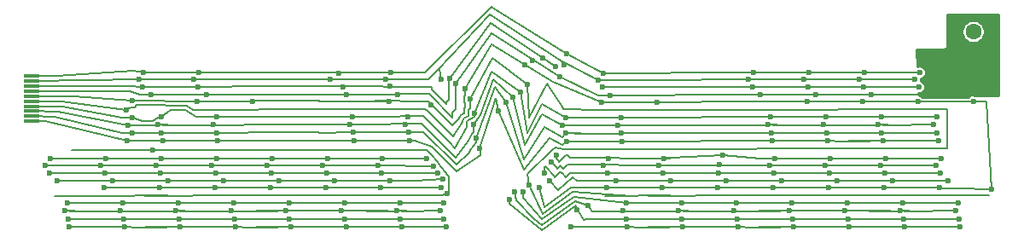
<source format=gbl>
G04 #@! TF.GenerationSoftware,KiCad,Pcbnew,5.1.4-e60b266~84~ubuntu16.04.1*
G04 #@! TF.CreationDate,2019-10-21T03:29:06-05:00*
G04 #@! TF.ProjectId,Quantum MCP4262-502 25x expansion flex for GWAAM-Sea Aid,5175616e-7475-46d2-904d-435034323632,rev?*
G04 #@! TF.SameCoordinates,Original*
G04 #@! TF.FileFunction,Copper,L2,Bot*
G04 #@! TF.FilePolarity,Positive*
%FSLAX46Y46*%
G04 Gerber Fmt 4.6, Leading zero omitted, Abs format (unit mm)*
G04 Created by KiCad (PCBNEW 5.1.4-e60b266~84~ubuntu16.04.1) date 2019-10-21 03:29:06*
%MOMM*%
%LPD*%
G04 APERTURE LIST*
%ADD10R,1.500000X0.300000*%
%ADD11C,1.600000*%
%ADD12C,0.600000*%
%ADD13C,0.200000*%
%ADD14C,0.254000*%
G04 APERTURE END LIST*
D10*
X71894860Y-105106720D03*
X71894860Y-105606720D03*
X71894860Y-106106720D03*
X71894860Y-106606720D03*
X71894860Y-107106720D03*
X71894860Y-107606720D03*
X71894860Y-108106720D03*
X71894860Y-108606720D03*
X71894860Y-109106720D03*
X71894860Y-109606720D03*
D11*
X165287960Y-100690680D03*
D12*
X83675220Y-106994960D03*
X89171780Y-106992420D03*
X107383580Y-115524280D03*
X103098600Y-106928920D03*
X108183680Y-106939080D03*
X144165320Y-106992420D03*
X155150820Y-106979720D03*
X160647380Y-106977180D03*
X149661880Y-106989880D03*
X129293620Y-107027980D03*
X74416920Y-115542060D03*
X85402420Y-115531900D03*
X79913480Y-115539520D03*
X96387920Y-115519200D03*
X101884480Y-115516660D03*
X90898980Y-115529360D03*
X151782780Y-115516660D03*
X135300720Y-115531900D03*
X162778440Y-115521740D03*
X140797280Y-115529360D03*
X157281880Y-115524280D03*
X146286220Y-115519200D03*
X129811780Y-115539520D03*
X113974880Y-105895140D03*
X123240800Y-115473480D03*
X112697260Y-115376960D03*
X124294900Y-105189020D03*
X124294900Y-105189020D03*
X121594880Y-103576120D03*
X160251140Y-103197660D03*
X166773860Y-106484420D03*
X166834820Y-101940360D03*
X166834820Y-99885500D03*
X163494720Y-100045520D03*
X163888420Y-103207820D03*
X88315800Y-107647740D03*
X93812360Y-107645200D03*
X107327700Y-107594400D03*
X111498380Y-107988100D03*
X154302460Y-107642660D03*
X148805900Y-107645200D03*
X165287960Y-107629960D03*
X159791400Y-107632500D03*
X133934200Y-107680760D03*
X128437640Y-107683300D03*
X79057500Y-116194840D03*
X84554060Y-116192300D03*
X95539560Y-116182140D03*
X90043000Y-116184680D03*
X106525060Y-116169440D03*
X101028500Y-116171980D03*
X139941300Y-116184680D03*
X145437860Y-116182140D03*
X167081200Y-116390420D03*
X161922460Y-116177060D03*
X156423360Y-116169440D03*
X128955800Y-116194840D03*
X134452360Y-116192300D03*
X150926800Y-116171980D03*
X114876580Y-106387900D03*
X112488980Y-116197380D03*
X81866740Y-107579160D03*
X122199400Y-116222780D03*
X120766840Y-103997760D03*
X82903060Y-106205020D03*
X88399620Y-106202480D03*
X106611420Y-114734340D03*
X102801420Y-106159300D03*
X107411520Y-106149140D03*
X148889720Y-106199940D03*
X159875220Y-106187240D03*
X143393160Y-106202480D03*
X154378660Y-106189780D03*
X128521460Y-106238040D03*
X73644760Y-114752120D03*
X79141320Y-114749580D03*
X90126820Y-114739420D03*
X101112320Y-114726720D03*
X84630260Y-114741960D03*
X95615760Y-114729260D03*
X151010620Y-114726720D03*
X129039620Y-114749580D03*
X162006280Y-114731800D03*
X156509720Y-114734340D03*
X134528560Y-114741960D03*
X140025120Y-114739420D03*
X145514060Y-114729260D03*
X122707400Y-114747040D03*
X113372900Y-105318560D03*
X112191800Y-114729260D03*
X123855480Y-104152700D03*
X123855480Y-104152700D03*
X122613420Y-103337360D03*
X82486500Y-105476040D03*
X87983060Y-105473500D03*
X106194860Y-114005360D03*
X101498400Y-105422700D03*
X106994960Y-105420160D03*
X142976600Y-105473500D03*
X153962100Y-105460800D03*
X148473160Y-105470960D03*
X159458660Y-105458260D03*
X128104900Y-105509060D03*
X84213700Y-114012980D03*
X78724760Y-114020600D03*
X73228200Y-114023140D03*
X95199200Y-114000280D03*
X89710260Y-114010440D03*
X100695760Y-113997740D03*
X150594060Y-113997740D03*
X140060680Y-113896140D03*
X156093160Y-114005360D03*
X161589720Y-114002820D03*
X134112000Y-114012980D03*
X128623060Y-114020600D03*
X145097500Y-114000280D03*
X123416060Y-113639600D03*
X112476280Y-105468420D03*
X111704120Y-114043460D03*
X124708920Y-103969820D03*
X82985462Y-104771338D03*
X88482022Y-104768798D03*
X106693822Y-113300658D03*
X102362000Y-104800400D03*
X107493922Y-104715458D03*
X148972122Y-104766258D03*
X154461062Y-104756098D03*
X143475562Y-104768798D03*
X159957622Y-104753558D03*
X128603862Y-104804358D03*
X73727162Y-113318438D03*
X79223722Y-113315898D03*
X90209222Y-113305738D03*
X95698162Y-113295578D03*
X84712662Y-113308278D03*
X101194722Y-113293038D03*
X140423900Y-112963960D03*
X162088682Y-113298118D03*
X134610962Y-113308278D03*
X145596462Y-113295578D03*
X156592122Y-113300658D03*
X129122022Y-113315898D03*
X151093022Y-113293038D03*
X123934220Y-112986820D03*
X111094520Y-113319560D03*
X124904500Y-102915720D03*
X84406740Y-109951520D03*
X89903300Y-109948980D03*
X108115100Y-118480840D03*
X103418640Y-109898180D03*
X108915200Y-109895640D03*
X144896840Y-109948980D03*
X155882340Y-109936280D03*
X150393400Y-109946440D03*
X161378900Y-109933740D03*
X124528580Y-109987080D03*
X130025140Y-109984540D03*
X80645000Y-118496080D03*
X86133940Y-118488460D03*
X97119440Y-118475760D03*
X75148440Y-118498620D03*
X91630500Y-118485920D03*
X102616000Y-118473220D03*
X152514300Y-118473220D03*
X158013400Y-118480840D03*
X141528800Y-118485920D03*
X163509960Y-118478300D03*
X136032240Y-118488460D03*
X147017740Y-118475760D03*
X130543300Y-118496080D03*
X112453420Y-118513860D03*
X81419700Y-109994700D03*
X115735100Y-109964220D03*
X119575580Y-107241340D03*
X119781320Y-116631720D03*
X127081280Y-117952520D03*
X84745110Y-110757250D03*
X90241670Y-110754710D03*
X108453470Y-119286570D03*
X109253570Y-110701370D03*
X103757010Y-110703910D03*
X145235210Y-110754710D03*
X156220710Y-110742010D03*
X161717270Y-110739470D03*
X150731770Y-110752170D03*
X124866950Y-110792810D03*
X130363510Y-110790270D03*
X80983370Y-119301810D03*
X86472310Y-119294190D03*
X75486810Y-119304350D03*
X97457810Y-119281490D03*
X102954370Y-119278950D03*
X91968870Y-119291650D03*
X163848330Y-119284030D03*
X136370610Y-119294190D03*
X158351770Y-119286570D03*
X152852670Y-119278950D03*
X130881670Y-119301810D03*
X147356110Y-119281490D03*
X141867170Y-119291650D03*
X112755680Y-119296180D03*
X81887060Y-110807500D03*
X116006880Y-111310420D03*
X118899940Y-107729020D03*
X119298720Y-117363240D03*
X125945900Y-118399560D03*
X84711540Y-109202220D03*
X90208100Y-109199680D03*
X108419900Y-117731540D03*
X103723440Y-109148880D03*
X109220000Y-109146340D03*
X150698200Y-109197140D03*
X156187140Y-109186980D03*
X145201640Y-109199680D03*
X161683700Y-109184440D03*
X130329940Y-109235240D03*
X124833380Y-109237780D03*
X75453240Y-117749320D03*
X80949800Y-117746780D03*
X91935300Y-117736620D03*
X97424240Y-117726460D03*
X86438740Y-117739160D03*
X102920800Y-117723920D03*
X152819100Y-117723920D03*
X163814760Y-117729000D03*
X158318200Y-117731540D03*
X130848100Y-117746780D03*
X136337040Y-117739160D03*
X147322540Y-117726460D03*
X141833600Y-117736620D03*
X112763300Y-117713760D03*
X81887060Y-109265720D03*
X115783360Y-108803440D03*
X120594120Y-116603780D03*
X120345200Y-106692700D03*
X84856320Y-111566960D03*
X90352880Y-111564420D03*
X108564680Y-120096280D03*
X109364780Y-111511080D03*
X103868220Y-111513620D03*
X161828480Y-111549180D03*
X150842980Y-111561880D03*
X145346420Y-111564420D03*
X156331920Y-111551720D03*
X130474720Y-111599980D03*
X124978160Y-111602520D03*
X81094580Y-120111520D03*
X75598020Y-120114060D03*
X103065580Y-120088660D03*
X92080080Y-120101360D03*
X86583520Y-120103900D03*
X97569020Y-120091200D03*
X152963880Y-120088660D03*
X163959540Y-120093740D03*
X147467320Y-120091200D03*
X158462980Y-120096280D03*
X130992880Y-120111520D03*
X141978380Y-120101360D03*
X136481820Y-120103900D03*
X81333340Y-111544100D03*
X116329460Y-112303560D03*
X113009680Y-120101360D03*
X118211600Y-108541820D03*
X125397260Y-120091200D03*
X115402360Y-107424220D03*
X81257140Y-108473240D03*
X83875880Y-112466120D03*
X113047780Y-116809520D03*
X121048780Y-105910380D03*
X121213880Y-115902740D03*
D13*
X83675220Y-106994960D02*
X86220300Y-106994960D01*
X86222840Y-106992420D02*
X85641180Y-106992420D01*
X86220300Y-106994960D02*
X86222840Y-106992420D01*
X107383580Y-115524280D02*
X109928660Y-115524280D01*
X107383580Y-115524280D02*
X105156000Y-115521740D01*
X109931200Y-115521740D02*
X109349540Y-115521740D01*
X109928660Y-115524280D02*
X109931200Y-115521740D01*
X105232200Y-106941620D02*
X105234740Y-106939080D01*
X105234740Y-106939080D02*
X104653080Y-106939080D01*
X102687120Y-106941620D02*
X105232200Y-106941620D01*
X102687120Y-106941620D02*
X100459540Y-106939080D01*
X155150820Y-106979720D02*
X157695900Y-106979720D01*
X144165320Y-106992420D02*
X146710400Y-106992420D01*
X157695900Y-106979720D02*
X157698440Y-106977180D01*
X146710400Y-106992420D02*
X146712940Y-106989880D01*
X155064460Y-107000040D02*
X146712940Y-106989880D01*
X146712940Y-106989880D02*
X146131280Y-106989880D01*
X144165320Y-106992420D02*
X141937740Y-106989880D01*
X155150820Y-106979720D02*
X152923240Y-106977180D01*
X157698440Y-106977180D02*
X157116780Y-106977180D01*
X76964540Y-115539520D02*
X76382880Y-115539520D01*
X85316060Y-115549680D02*
X76964540Y-115539520D01*
X76962000Y-115542060D02*
X76964540Y-115539520D01*
X107287060Y-115526820D02*
X98935540Y-115516660D01*
X96387920Y-115519200D02*
X98933000Y-115519200D01*
X85402420Y-115531900D02*
X87947500Y-115531900D01*
X98933000Y-115519200D02*
X98935540Y-115516660D01*
X87947500Y-115531900D02*
X87950040Y-115529360D01*
X96301560Y-115539520D02*
X87950040Y-115529360D01*
X74416920Y-115542060D02*
X76962000Y-115542060D01*
X87950040Y-115529360D02*
X87368380Y-115529360D01*
X85402420Y-115531900D02*
X83174840Y-115529360D01*
X96387920Y-115519200D02*
X94160340Y-115516660D01*
X98935540Y-115516660D02*
X98353880Y-115516660D01*
X137848340Y-115529360D02*
X137266680Y-115529360D01*
X146286220Y-115519200D02*
X148831300Y-115519200D01*
X146286220Y-115519200D02*
X144058640Y-115516660D01*
X157281880Y-115524280D02*
X159826960Y-115524280D01*
X135300720Y-115531900D02*
X133073140Y-115529360D01*
X137845800Y-115531900D02*
X137848340Y-115529360D01*
X157185360Y-115526820D02*
X148833840Y-115516660D01*
X159829500Y-115521740D02*
X159247840Y-115521740D01*
X159826960Y-115524280D02*
X159829500Y-115521740D01*
X148833840Y-115516660D02*
X148252180Y-115516660D01*
X148831300Y-115519200D02*
X148833840Y-115516660D01*
X146199860Y-115539520D02*
X137848340Y-115529360D01*
X135300720Y-115531900D02*
X137845800Y-115531900D01*
X126862840Y-115539520D02*
X126281180Y-115539520D01*
X135214360Y-115549680D02*
X126862840Y-115539520D01*
X157281880Y-115524280D02*
X155054300Y-115521740D01*
X71894860Y-106606720D02*
X81602580Y-106659680D01*
X81602580Y-106659680D02*
X82598260Y-106964480D01*
X82598260Y-106964480D02*
X83675220Y-106994960D01*
X100662740Y-106939080D02*
X86222840Y-106992420D01*
X162778440Y-115521740D02*
X159829500Y-115521740D01*
X160647380Y-106977180D02*
X157698440Y-106977180D01*
X112697260Y-115376960D02*
X109931200Y-115521740D01*
X111379000Y-106873040D02*
X105234740Y-106939080D01*
X111379000Y-106980718D02*
X113615742Y-109217460D01*
X111379000Y-106873040D02*
X111379000Y-106980718D01*
X113615742Y-109217460D02*
X113615742Y-108738398D01*
X113974880Y-108379260D02*
X113974880Y-105895140D01*
X113615742Y-108738398D02*
X113974880Y-108379260D01*
X141955520Y-106982260D02*
X129293620Y-107027980D01*
X117464840Y-100858320D02*
X113974880Y-105895140D01*
X124294900Y-105189020D02*
X117464840Y-100858320D01*
X124117100Y-116451380D02*
X125511557Y-115152987D01*
X126860300Y-115542060D02*
X126862840Y-115539520D01*
X125511557Y-115152987D02*
X125955185Y-115538645D01*
X123240800Y-115473480D02*
X124117100Y-116451380D01*
X125955185Y-115538645D02*
X126860300Y-115542060D01*
X129293620Y-107027980D02*
X128051560Y-107007660D01*
X128051560Y-107007660D02*
X124294900Y-105189020D01*
X112024160Y-116177060D02*
X105128060Y-116177060D01*
X107327700Y-107594400D02*
X100431600Y-107594400D01*
X155145740Y-107647740D02*
X147406360Y-107642660D01*
X159791400Y-107632500D02*
X152895300Y-107632500D01*
X96382840Y-116187220D02*
X88643460Y-116182140D01*
X107368340Y-116174520D02*
X99628960Y-116169440D01*
X90043000Y-116184680D02*
X83146900Y-116184680D01*
X101028500Y-116171980D02*
X94132400Y-116171980D01*
X161922460Y-116177060D02*
X155026360Y-116177060D01*
X150926800Y-116171980D02*
X144030700Y-116171980D01*
X157266640Y-116174520D02*
X149527260Y-116169440D01*
X146281140Y-116187220D02*
X138541760Y-116182140D01*
X139941300Y-116184680D02*
X133045200Y-116184680D01*
X135295640Y-116197380D02*
X127556260Y-116192300D01*
X85397340Y-116197380D02*
X79057500Y-116194840D01*
X88315800Y-107647740D02*
X81866740Y-107579160D01*
X71894860Y-107106720D02*
X75981560Y-107106720D01*
X75981560Y-107106720D02*
X81866740Y-107579160D01*
X100479860Y-107591860D02*
X86916260Y-107645200D01*
X165287960Y-107629960D02*
X158391860Y-107629960D01*
X112488980Y-116197380D02*
X110624620Y-116174520D01*
X114876580Y-106387900D02*
X114879120Y-106982260D01*
X167081200Y-116390420D02*
X160522920Y-116174520D01*
X110990380Y-107607100D02*
X105928160Y-107591860D01*
X110990380Y-107607100D02*
X111206280Y-107607100D01*
X111206280Y-107607100D02*
X113591340Y-109992160D01*
X114876580Y-107061998D02*
X114876580Y-106387900D01*
X114732942Y-108850558D02*
X114783349Y-108800151D01*
X114351965Y-109068257D02*
X114732942Y-108850558D01*
X114290733Y-109292767D02*
X114351965Y-109068257D01*
X113591340Y-109992160D02*
X114290733Y-109292767D01*
X114783349Y-108800151D02*
X114783349Y-108349750D01*
X114802359Y-107136219D02*
X114876580Y-107061998D01*
X114876580Y-108256519D02*
X114876580Y-107786442D01*
X114783349Y-108349750D02*
X114876580Y-108256519D01*
X114876580Y-107786442D02*
X114802359Y-107712221D01*
X114802359Y-107712221D02*
X114802359Y-107136219D01*
X117464840Y-101973380D02*
X114876580Y-106387900D01*
X123563380Y-105653840D02*
X117464840Y-101973380D01*
X128437640Y-107683300D02*
X123563380Y-105653840D01*
X134777480Y-107685840D02*
X128437640Y-107683300D01*
X141909800Y-107645200D02*
X134777480Y-107685840D01*
X148805900Y-107645200D02*
X141909800Y-107645200D01*
X165287960Y-107629960D02*
X166573200Y-107596940D01*
X166573200Y-107596940D02*
X167081200Y-116390420D01*
X125344224Y-116209776D02*
X128955800Y-116194840D01*
X122758200Y-118135400D02*
X125344224Y-116209776D01*
X122199400Y-116222780D02*
X122758200Y-118135400D01*
X106725720Y-114715543D02*
X105105200Y-114714020D01*
X102029260Y-106132883D02*
X100408740Y-106131360D01*
X155064460Y-106207560D02*
X143393160Y-106202480D01*
X154492960Y-106170983D02*
X152872440Y-106169460D01*
X143507460Y-106183683D02*
X141886940Y-106182160D01*
X85316060Y-114757200D02*
X73644760Y-114752120D01*
X96301560Y-114747040D02*
X84630260Y-114741960D01*
X95730060Y-114710463D02*
X94109540Y-114708940D01*
X84744560Y-114723163D02*
X83124040Y-114721640D01*
X107287060Y-114734340D02*
X95615760Y-114729260D01*
X145628360Y-114710463D02*
X144007840Y-114708940D01*
X157185360Y-114734340D02*
X145514060Y-114729260D01*
X146199860Y-114747040D02*
X134528560Y-114741960D01*
X134642860Y-114723163D02*
X133022340Y-114721640D01*
X156624020Y-114715543D02*
X155003500Y-114714020D01*
X73759060Y-114733323D02*
X73644760Y-114752120D01*
X83017360Y-106186223D02*
X82903060Y-106205020D01*
X71894860Y-106106720D02*
X81602580Y-106151680D01*
X81602580Y-106151680D02*
X82903060Y-106205020D01*
X100525580Y-106128820D02*
X82903060Y-106205020D01*
X162006280Y-114731800D02*
X156509720Y-114734340D01*
X159875220Y-106187240D02*
X154378660Y-106189780D01*
X112191800Y-114729260D02*
X106611420Y-114734340D01*
X101914960Y-106151680D02*
X111556800Y-106172000D01*
X111556800Y-106485141D02*
X112983559Y-107911900D01*
X111556800Y-106172000D02*
X111556800Y-106485141D01*
X112983559Y-107911900D02*
X112983559Y-107711961D01*
X112983559Y-107711961D02*
X113235740Y-107459780D01*
X113235740Y-105455720D02*
X113372900Y-105318560D01*
X113235740Y-107459780D02*
X113235740Y-105455720D01*
X125166827Y-114868253D02*
X124893030Y-115142050D01*
X125166827Y-114752827D02*
X125166827Y-114868253D01*
X135214360Y-114757200D02*
X125166827Y-114752827D01*
X124501868Y-114748268D02*
X124454330Y-114748268D01*
X124893030Y-115139430D02*
X124501868Y-114748268D01*
X124893030Y-115142050D02*
X124893030Y-115139430D01*
X124454330Y-114748268D02*
X124318519Y-114612457D01*
X124318519Y-114612457D02*
X123788926Y-115142050D01*
X123788926Y-115142050D02*
X123788926Y-115051326D01*
X123788926Y-115051326D02*
X122796300Y-114058700D01*
X122707400Y-114147600D02*
X122707400Y-114747040D01*
X122796300Y-114058700D02*
X122707400Y-114147600D01*
X141950440Y-106169460D02*
X128521460Y-106238040D01*
X117383560Y-99842320D02*
X113372900Y-105318560D01*
X123855480Y-104152700D02*
X117383560Y-99842320D01*
X106434181Y-114008102D02*
X105079800Y-114008102D01*
X101737721Y-105425442D02*
X100383340Y-105425442D01*
X154201421Y-105463542D02*
X152847040Y-105463542D01*
X155031440Y-105460800D02*
X142979701Y-105473702D01*
X95438521Y-114003022D02*
X94084140Y-114003022D01*
X107254040Y-113987580D02*
X95202301Y-114000482D01*
X96268540Y-114000280D02*
X84216801Y-114013182D01*
X84453021Y-114015722D02*
X83098640Y-114015722D01*
X85283040Y-114010440D02*
X73231301Y-114023342D01*
X156332481Y-114008102D02*
X154978100Y-114008102D01*
X145336821Y-114003022D02*
X143982440Y-114003022D01*
X157152340Y-113987580D02*
X145100601Y-114000482D01*
X134351321Y-114015722D02*
X132996940Y-114015722D01*
X146166840Y-114000280D02*
X134115101Y-114013182D01*
X73467521Y-114025882D02*
X73228200Y-114023140D01*
X82725821Y-105478782D02*
X82486500Y-105476040D01*
X71894860Y-105606720D02*
X82486500Y-105476040D01*
X100652580Y-105430320D02*
X82489601Y-105476242D01*
X161589720Y-114002820D02*
X156096261Y-114005562D01*
X159458660Y-105458260D02*
X153965201Y-105461002D01*
X112448340Y-105468420D02*
X112448340Y-104891840D01*
X111203942Y-105405122D02*
X101501501Y-105422902D01*
X112293400Y-104419400D02*
X112189664Y-104419400D01*
X112430560Y-104909620D02*
X112293400Y-104419400D01*
X111704120Y-114043460D02*
X106197961Y-114005562D01*
X135181340Y-114010440D02*
X125140720Y-113941860D01*
X125140720Y-113941860D02*
X125026420Y-113941860D01*
X125026420Y-113941860D02*
X124620020Y-114348260D01*
X124620020Y-114348260D02*
X124293969Y-114022209D01*
X124293969Y-114067251D02*
X124012960Y-114348260D01*
X124012960Y-114348260D02*
X124012960Y-114352316D01*
X124293969Y-114022209D02*
X124293969Y-114067251D01*
X124012960Y-114236500D02*
X123416060Y-113639600D01*
X124012960Y-114348260D02*
X124012960Y-114236500D01*
X117363240Y-99011740D02*
X112141202Y-104467862D01*
X112141202Y-104467862D02*
X111203942Y-105405122D01*
X112189664Y-104419400D02*
X112141202Y-104467862D01*
X128104900Y-105509060D02*
X124345700Y-103609140D01*
X124345700Y-103609140D02*
X117363240Y-99011740D01*
X134663180Y-105498900D02*
X128104900Y-105509060D01*
X141861540Y-105476242D02*
X134663180Y-105498900D01*
X143215921Y-105476242D02*
X141861540Y-105476242D01*
X124708920Y-103969820D02*
X124345700Y-103609140D01*
X140060680Y-113896140D02*
X140449300Y-114007900D01*
X106693822Y-113300658D02*
X105089960Y-113301780D01*
X101997362Y-104717998D02*
X100393500Y-104719120D01*
X155064460Y-104769920D02*
X142540842Y-104766258D01*
X143475562Y-104768798D02*
X141871700Y-104769920D01*
X154461062Y-104756098D02*
X152857200Y-104757220D01*
X96301560Y-113309400D02*
X83777942Y-113305738D01*
X84712662Y-113308278D02*
X83108800Y-113309400D01*
X95698162Y-113295578D02*
X94094300Y-113296700D01*
X107287060Y-113296700D02*
X94763442Y-113293038D01*
X134610962Y-113308278D02*
X133007100Y-113309400D01*
X156592122Y-113300658D02*
X154988260Y-113301780D01*
X157185360Y-113296700D02*
X144661742Y-113293038D01*
X85316060Y-113319560D02*
X73727162Y-113318438D01*
X71894860Y-105106720D02*
X74416920Y-105077260D01*
X74416920Y-105077260D02*
X81968340Y-104630220D01*
X81968340Y-104630220D02*
X82985462Y-104771338D01*
X101033580Y-104721660D02*
X82985462Y-104771338D01*
X162088682Y-113298118D02*
X155657402Y-113298118D01*
X159957622Y-104753558D02*
X153526342Y-104753558D01*
X111094520Y-113319560D02*
X105759102Y-113298118D01*
X123934220Y-112986820D02*
X123934220Y-113109136D01*
X123934220Y-112986820D02*
X123934220Y-113322100D01*
X123934220Y-113322100D02*
X124073920Y-113461800D01*
X124073920Y-113507520D02*
X124188598Y-113622199D01*
X124073920Y-113461800D02*
X124073920Y-113507520D01*
X124188598Y-113622199D02*
X124208182Y-113622178D01*
X124208182Y-113622178D02*
X124861320Y-112969040D01*
X124985734Y-112969040D02*
X125272777Y-113256083D01*
X124861320Y-112969040D02*
X124985734Y-112969040D01*
X125272777Y-113256083D02*
X135214360Y-113319560D01*
X141897100Y-104757220D02*
X128603862Y-104804358D01*
X124904500Y-102915720D02*
X128603862Y-104804358D01*
X110909100Y-104749600D02*
X101062642Y-104715458D01*
X124904500Y-102915720D02*
X117543680Y-98302980D01*
X117543680Y-98302980D02*
X117454680Y-98198940D01*
X117454680Y-98198940D02*
X110909100Y-104749600D01*
X140423900Y-112963960D02*
X133676242Y-113305738D01*
X140423900Y-112963960D02*
X144124772Y-113296608D01*
X144124772Y-113296608D02*
X143992600Y-113296700D01*
X145596462Y-113295578D02*
X144124772Y-113296608D01*
X85405808Y-109987928D02*
X84902040Y-109987928D01*
X85369400Y-109951520D02*
X85405808Y-109987928D01*
X84406740Y-109951520D02*
X85369400Y-109951520D01*
X84406740Y-109990468D02*
X81391760Y-109989620D01*
X109077760Y-118480840D02*
X109114168Y-118517248D01*
X108115100Y-118519788D02*
X105100120Y-118518940D01*
X109114168Y-118517248D02*
X108610400Y-118517248D01*
X108115100Y-118480840D02*
X109077760Y-118480840D01*
X103418640Y-109898180D02*
X104381300Y-109898180D01*
X104381300Y-109898180D02*
X104417708Y-109934588D01*
X104417708Y-109934588D02*
X103913940Y-109934588D01*
X103418640Y-109937128D02*
X100403660Y-109936280D01*
X155882340Y-109936280D02*
X156845000Y-109936280D01*
X145859500Y-109948980D02*
X145895908Y-109985388D01*
X144896840Y-109948980D02*
X145859500Y-109948980D01*
X155003500Y-109984540D02*
X145895908Y-109985388D01*
X155882340Y-109975228D02*
X152867360Y-109974380D01*
X156845000Y-109936280D02*
X156881408Y-109972688D01*
X145895908Y-109985388D02*
X145392140Y-109985388D01*
X156881408Y-109972688D02*
X156377640Y-109972688D01*
X125527648Y-110023488D02*
X125023880Y-110023488D01*
X124528580Y-109987080D02*
X125491240Y-109987080D01*
X134635240Y-110022640D02*
X125527648Y-110023488D01*
X125491240Y-109987080D02*
X125527648Y-110023488D01*
X75148440Y-118498620D02*
X76111100Y-118498620D01*
X97119440Y-118475760D02*
X98082100Y-118475760D01*
X76111100Y-118498620D02*
X76147508Y-118535028D01*
X86133940Y-118527408D02*
X83118960Y-118526560D01*
X76147508Y-118535028D02*
X75643740Y-118535028D01*
X85255100Y-118534180D02*
X76147508Y-118535028D01*
X87096600Y-118488460D02*
X87133008Y-118524868D01*
X86133940Y-118488460D02*
X87096600Y-118488460D01*
X96240600Y-118524020D02*
X87133008Y-118524868D01*
X97119440Y-118514708D02*
X94104460Y-118513860D01*
X107226100Y-118511320D02*
X98118508Y-118512168D01*
X98082100Y-118475760D02*
X98118508Y-118512168D01*
X87133008Y-118524868D02*
X86629240Y-118524868D01*
X98118508Y-118512168D02*
X97614740Y-118512168D01*
X158013400Y-118480840D02*
X158976060Y-118480840D01*
X146138900Y-118524020D02*
X137031308Y-118524868D01*
X158013400Y-118519788D02*
X154998420Y-118518940D01*
X159012468Y-118517248D02*
X158508700Y-118517248D01*
X136032240Y-118527408D02*
X133017260Y-118526560D01*
X137031308Y-118524868D02*
X136527540Y-118524868D01*
X158976060Y-118480840D02*
X159012468Y-118517248D01*
X136994900Y-118488460D02*
X137031308Y-118524868D01*
X157124400Y-118511320D02*
X148016808Y-118512168D01*
X148016808Y-118512168D02*
X147513040Y-118512168D01*
X147017740Y-118475760D02*
X147980400Y-118475760D01*
X147017740Y-118514708D02*
X144002760Y-118513860D01*
X147980400Y-118475760D02*
X148016808Y-118512168D01*
X136032240Y-118488460D02*
X136994900Y-118488460D01*
X75148440Y-118537568D02*
X75148440Y-118498620D01*
X100421440Y-109926120D02*
X85405808Y-109987928D01*
X163509960Y-118478300D02*
X159012468Y-118517248D01*
X161378900Y-109933740D02*
X156881408Y-109972688D01*
X134635240Y-110022640D02*
X142224663Y-109987177D01*
X142224663Y-109987177D02*
X141881860Y-109987080D01*
X144896840Y-109987928D02*
X142224663Y-109987177D01*
X112453420Y-118513860D02*
X109114168Y-118517248D01*
X115735100Y-110694198D02*
X115735100Y-109964220D01*
X115558298Y-110871000D02*
X115735100Y-110694198D01*
X104417708Y-109934588D02*
X110563810Y-109821830D01*
X110563810Y-109821830D02*
X113934240Y-113202720D01*
X113934240Y-113202720D02*
X115201700Y-111526320D01*
X115201700Y-111526320D02*
X115558298Y-110871000D01*
X117668040Y-105445560D02*
X119575580Y-107241340D01*
X117668040Y-105445560D02*
X116397161Y-108992279D01*
X115735100Y-109964220D02*
X116397161Y-108992279D01*
X127081280Y-117952520D02*
X127494586Y-118534894D01*
X127494586Y-118534894D02*
X135153400Y-118534180D01*
X119575580Y-107241340D02*
X120812560Y-111912400D01*
X120812560Y-111912400D02*
X122528002Y-108878042D01*
X124528580Y-109987080D02*
X122528002Y-108878042D01*
X122494040Y-119875300D02*
X121762520Y-119298720D01*
X125763020Y-117505480D02*
X122494040Y-119875300D01*
X127081280Y-117952520D02*
X125763020Y-117505480D01*
X119938800Y-117492780D02*
X121747280Y-119291100D01*
X119781320Y-116631720D02*
X119938800Y-117492780D01*
X74467720Y-108612940D02*
X81419700Y-109994700D01*
X71894860Y-108606720D02*
X74467720Y-108612940D01*
X86243710Y-110757250D02*
X86262634Y-110776174D01*
X86262634Y-110776174D02*
X85664590Y-110776174D01*
X84745110Y-110757250D02*
X86243710Y-110757250D01*
X108453470Y-119308034D02*
X105095040Y-119311420D01*
X109970994Y-119305494D02*
X109372950Y-119305494D01*
X109952070Y-119286570D02*
X109970994Y-119305494D01*
X108453470Y-119286570D02*
X109952070Y-119286570D01*
X105255610Y-110703910D02*
X105274534Y-110722834D01*
X103757010Y-110725374D02*
X100398580Y-110728760D01*
X105274534Y-110722834D02*
X104676490Y-110722834D01*
X103757010Y-110703910D02*
X105255610Y-110703910D01*
X155023820Y-110754160D02*
X146752734Y-110773634D01*
X145235210Y-110754710D02*
X146733810Y-110754710D01*
X146752734Y-110773634D02*
X146154690Y-110773634D01*
X157738234Y-110760934D02*
X157140190Y-110760934D01*
X145235210Y-110776174D02*
X141876780Y-110779560D01*
X156220710Y-110742010D02*
X157719310Y-110742010D01*
X146733810Y-110754710D02*
X146752734Y-110773634D01*
X157719310Y-110742010D02*
X157738234Y-110760934D01*
X156220710Y-110763474D02*
X152862280Y-110766860D01*
X134655560Y-110792260D02*
X126384474Y-110811734D01*
X126384474Y-110811734D02*
X125786430Y-110811734D01*
X126365550Y-110792810D02*
X126384474Y-110811734D01*
X124866950Y-110792810D02*
X126365550Y-110792810D01*
X77004334Y-119323274D02*
X76406290Y-119323274D01*
X85275420Y-119303800D02*
X77004334Y-119323274D01*
X76985410Y-119304350D02*
X77004334Y-119323274D01*
X96260920Y-119293640D02*
X87989834Y-119313114D01*
X75486810Y-119304350D02*
X76985410Y-119304350D01*
X86472310Y-119294190D02*
X87970910Y-119294190D01*
X107246420Y-119280940D02*
X98975334Y-119300414D01*
X87989834Y-119313114D02*
X87391790Y-119313114D01*
X98975334Y-119300414D02*
X98377290Y-119300414D01*
X86472310Y-119315654D02*
X83113880Y-119319040D01*
X97457810Y-119281490D02*
X98956410Y-119281490D01*
X87970910Y-119294190D02*
X87989834Y-119313114D01*
X98956410Y-119281490D02*
X98975334Y-119300414D01*
X97457810Y-119302954D02*
X94099380Y-119306340D01*
X136370610Y-119294190D02*
X137869210Y-119294190D01*
X159850370Y-119286570D02*
X159869294Y-119305494D01*
X147356110Y-119281490D02*
X148854710Y-119281490D01*
X136370610Y-119315654D02*
X133012180Y-119319040D01*
X146159220Y-119293640D02*
X137888134Y-119313114D01*
X137869210Y-119294190D02*
X137888134Y-119313114D01*
X148854710Y-119281490D02*
X148873634Y-119300414D01*
X158351770Y-119308034D02*
X154993340Y-119311420D01*
X148873634Y-119300414D02*
X148275590Y-119300414D01*
X147356110Y-119302954D02*
X143997680Y-119306340D01*
X159869294Y-119305494D02*
X159271250Y-119305494D01*
X157144720Y-119280940D02*
X148873634Y-119300414D01*
X137888134Y-119313114D02*
X137290090Y-119313114D01*
X158351770Y-119286570D02*
X159850370Y-119286570D01*
X75486810Y-119325814D02*
X75486810Y-119304350D01*
X84745110Y-110778714D02*
X81887060Y-110807500D01*
X71894860Y-109106720D02*
X74173080Y-109156500D01*
X74173080Y-109156500D02*
X80873600Y-110799880D01*
X80873600Y-110799880D02*
X81887060Y-110807500D01*
X100406200Y-110716060D02*
X86262634Y-110776174D01*
X163848330Y-119284030D02*
X159869294Y-119305494D01*
X161717270Y-110739470D02*
X157738234Y-110760934D01*
X134655560Y-110792260D02*
X141876780Y-110779560D01*
X112755680Y-119296180D02*
X109970994Y-119305494D01*
X116006880Y-111738138D02*
X116006880Y-111310420D01*
X115729459Y-112015559D02*
X116006880Y-111738138D01*
X114010440Y-113924080D02*
X115290600Y-112682020D01*
X114048540Y-113860580D02*
X114010440Y-113924080D01*
X115404900Y-112478820D02*
X115729459Y-112015559D01*
X115290600Y-112682020D02*
X115404900Y-112478820D01*
X110723680Y-110703360D02*
X113985040Y-113873280D01*
X113985040Y-113873280D02*
X114048540Y-113860580D01*
X105274534Y-110722834D02*
X110736380Y-110690660D01*
X117866160Y-106207560D02*
X116006880Y-111310420D01*
X118899940Y-107729020D02*
X117866160Y-106207560D01*
X124482860Y-111201200D02*
X124866950Y-110792810D01*
X126902634Y-119323274D02*
X135173720Y-119303800D01*
X126883710Y-119304350D02*
X126902634Y-119323274D01*
X125854460Y-118176040D02*
X126637556Y-119365536D01*
X126637556Y-119365536D02*
X126883710Y-119304350D01*
X122782144Y-110143476D02*
X120751600Y-113433860D01*
X122782144Y-110143476D02*
X124482860Y-111201200D01*
X120751600Y-113433860D02*
X118899940Y-107729020D01*
X125844300Y-117993160D02*
X125945900Y-118399560D01*
X122496580Y-120436640D02*
X125844300Y-117993160D01*
X119288560Y-117797580D02*
X122476260Y-120436640D01*
X119298720Y-117363240D02*
X119288560Y-117797580D01*
X110766860Y-117729000D02*
X110578900Y-117729000D01*
X108419900Y-117731540D02*
X110764320Y-117731540D01*
X108419900Y-117731540D02*
X105082340Y-117731540D01*
X110764320Y-117731540D02*
X110766860Y-117729000D01*
X106067860Y-109148880D02*
X106070400Y-109146340D01*
X103723440Y-109148880D02*
X100385880Y-109148880D01*
X103723440Y-109148880D02*
X106067860Y-109148880D01*
X106070400Y-109146340D02*
X105882440Y-109146340D01*
X145201640Y-109199680D02*
X147546060Y-109199680D01*
X155044140Y-109192060D02*
X147548600Y-109197140D01*
X156187140Y-109186980D02*
X152849580Y-109186980D01*
X145201640Y-109199680D02*
X141864080Y-109199680D01*
X147548600Y-109197140D02*
X147360640Y-109197140D01*
X147546060Y-109199680D02*
X147548600Y-109197140D01*
X156187140Y-109186980D02*
X158531560Y-109186980D01*
X158534100Y-109184440D02*
X158346140Y-109184440D01*
X158531560Y-109186980D02*
X158534100Y-109184440D01*
X127180340Y-109235240D02*
X126992380Y-109235240D01*
X134675880Y-109230160D02*
X127180340Y-109235240D01*
X127177800Y-109237780D02*
X127180340Y-109235240D01*
X124833380Y-109237780D02*
X127177800Y-109237780D01*
X75453240Y-117749320D02*
X77797660Y-117749320D01*
X77800200Y-117746780D02*
X77612240Y-117746780D01*
X85295740Y-117741700D02*
X77800200Y-117746780D01*
X86438740Y-117739160D02*
X88783160Y-117739160D01*
X77797660Y-117749320D02*
X77800200Y-117746780D01*
X96281240Y-117731540D02*
X88785700Y-117736620D01*
X97424240Y-117726460D02*
X94086680Y-117726460D01*
X86438740Y-117739160D02*
X83101180Y-117739160D01*
X88785700Y-117736620D02*
X88597740Y-117736620D01*
X88783160Y-117739160D02*
X88785700Y-117736620D01*
X107266740Y-117718840D02*
X99771200Y-117723920D01*
X97424240Y-117726460D02*
X99768660Y-117726460D01*
X99771200Y-117723920D02*
X99583240Y-117723920D01*
X99768660Y-117726460D02*
X99771200Y-117723920D01*
X147322540Y-117726460D02*
X149666960Y-117726460D01*
X146179540Y-117731540D02*
X138684000Y-117736620D01*
X136337040Y-117739160D02*
X138681460Y-117739160D01*
X160662620Y-117731540D02*
X160665160Y-117729000D01*
X158318200Y-117731540D02*
X154980640Y-117731540D01*
X160665160Y-117729000D02*
X160477200Y-117729000D01*
X138681460Y-117739160D02*
X138684000Y-117736620D01*
X147322540Y-117726460D02*
X143984980Y-117726460D01*
X158318200Y-117731540D02*
X160662620Y-117731540D01*
X138684000Y-117736620D02*
X138496040Y-117736620D01*
X149666960Y-117726460D02*
X149669500Y-117723920D01*
X157165040Y-117718840D02*
X149669500Y-117723920D01*
X149669500Y-117723920D02*
X149481540Y-117723920D01*
X71894860Y-108106720D02*
X74884280Y-108120180D01*
X74884280Y-108120180D02*
X80873600Y-109258100D01*
X80873600Y-109258100D02*
X81887060Y-109265720D01*
X163814760Y-117729000D02*
X160665160Y-117729000D01*
X161683700Y-109184440D02*
X158534100Y-109184440D01*
X134675880Y-109230160D02*
X141864080Y-109199680D01*
X112763300Y-117713760D02*
X110766860Y-117729000D01*
X110698280Y-109103160D02*
X106070400Y-109146340D01*
X113337340Y-111742220D02*
X110698280Y-109103160D01*
X115783360Y-108803440D02*
X115783360Y-109171740D01*
X115783360Y-109171740D02*
X115036600Y-109598460D01*
X115036600Y-109598460D02*
X115036600Y-110182660D01*
X113832640Y-112262920D02*
X113337340Y-111742220D01*
X115036600Y-110182660D02*
X113832640Y-112262920D01*
X136337040Y-117739160D02*
X130848100Y-117746780D01*
X120345200Y-106692700D02*
X117464840Y-104714040D01*
X117464840Y-104714040D02*
X115783360Y-108803440D01*
X120345200Y-106692700D02*
X121015760Y-110733840D01*
X121015760Y-110733840D02*
X122496090Y-107912390D01*
X124833380Y-109237780D02*
X122496090Y-107912390D01*
X122516900Y-119339360D02*
X125511560Y-117170200D01*
X120589040Y-117187980D02*
X122516900Y-119339360D01*
X120594120Y-116603780D02*
X120589040Y-117187980D01*
X125684280Y-117081300D02*
X130848100Y-117746780D01*
X125270260Y-117335300D02*
X125684280Y-117081300D01*
X84711540Y-109202220D02*
X85686900Y-108496100D01*
X85686900Y-108496100D02*
X87091520Y-108485940D01*
X87091520Y-108485940D02*
X88214442Y-109194842D01*
X100411280Y-109143800D02*
X88214442Y-109194842D01*
X83893660Y-109588300D02*
X84353823Y-109210263D01*
X82837020Y-109575600D02*
X83893660Y-109588300D01*
X84353823Y-109210263D02*
X84711540Y-109202220D01*
X81887060Y-109265720D02*
X82837020Y-109575600D01*
X87599520Y-111566960D02*
X87602060Y-111564420D01*
X84856320Y-111566960D02*
X87599520Y-111566960D01*
X87602060Y-111564420D02*
X87233760Y-111564420D01*
X84856320Y-111566960D02*
X81391760Y-111564420D01*
X108564680Y-120096280D02*
X111307880Y-120096280D01*
X111310420Y-120093740D02*
X110942120Y-120093740D01*
X111307880Y-120096280D02*
X111310420Y-120093740D01*
X108564680Y-120096280D02*
X105100120Y-120093740D01*
X106611420Y-111513620D02*
X106613960Y-111511080D01*
X103868220Y-111513620D02*
X100403660Y-111511080D01*
X106613960Y-111511080D02*
X106245660Y-111511080D01*
X103868220Y-111513620D02*
X106611420Y-111513620D01*
X154983180Y-111587280D02*
X148092160Y-111561880D01*
X145346420Y-111564420D02*
X148089620Y-111564420D01*
X145346420Y-111564420D02*
X141881860Y-111561880D01*
X159075120Y-111551720D02*
X159077660Y-111549180D01*
X159077660Y-111549180D02*
X158709360Y-111549180D01*
X148089620Y-111564420D02*
X148092160Y-111561880D01*
X148092160Y-111561880D02*
X147723860Y-111561880D01*
X156331920Y-111551720D02*
X159075120Y-111551720D01*
X156331920Y-111551720D02*
X152867360Y-111549180D01*
X134614920Y-111625380D02*
X127723900Y-111599980D01*
X127721360Y-111602520D02*
X127723900Y-111599980D01*
X127723900Y-111599980D02*
X127355600Y-111599980D01*
X124978160Y-111602520D02*
X127721360Y-111602520D01*
X78343760Y-120111520D02*
X77975460Y-120111520D01*
X75598020Y-120114060D02*
X78341220Y-120114060D01*
X96220280Y-120126760D02*
X89329260Y-120101360D01*
X86583520Y-120103900D02*
X89326720Y-120103900D01*
X78341220Y-120114060D02*
X78343760Y-120111520D01*
X85234780Y-120136920D02*
X78343760Y-120111520D01*
X86583520Y-120103900D02*
X83118960Y-120101360D01*
X100312220Y-120091200D02*
X100314760Y-120088660D01*
X100314760Y-120088660D02*
X99946460Y-120088660D01*
X89326720Y-120103900D02*
X89329260Y-120101360D01*
X107205780Y-120114060D02*
X100314760Y-120088660D01*
X89329260Y-120101360D02*
X88960960Y-120101360D01*
X97569020Y-120091200D02*
X100312220Y-120091200D01*
X97569020Y-120091200D02*
X94104460Y-120088660D01*
X150213060Y-120088660D02*
X149844760Y-120088660D01*
X136481820Y-120103900D02*
X133017260Y-120101360D01*
X135133080Y-120136920D02*
X128242060Y-120111520D01*
X147467320Y-120091200D02*
X144002760Y-120088660D01*
X157104080Y-120114060D02*
X150213060Y-120088660D01*
X147467320Y-120091200D02*
X150210520Y-120091200D01*
X139225020Y-120103900D02*
X139227560Y-120101360D01*
X158462980Y-120096280D02*
X161206180Y-120096280D01*
X158462980Y-120096280D02*
X154998420Y-120093740D01*
X139227560Y-120101360D02*
X138859260Y-120101360D01*
X150210520Y-120091200D02*
X150213060Y-120088660D01*
X161208720Y-120093740D02*
X160840420Y-120093740D01*
X146118580Y-120126760D02*
X139227560Y-120101360D01*
X161206180Y-120096280D02*
X161208720Y-120093740D01*
X128242060Y-120111520D02*
X127873760Y-120111520D01*
X136481820Y-120103900D02*
X139225020Y-120103900D01*
X128239520Y-120114060D02*
X128242060Y-120111520D01*
X71894860Y-109606720D02*
X73220580Y-109603540D01*
X73220580Y-109603540D02*
X81333340Y-111544100D01*
X100418900Y-111506000D02*
X87602060Y-111564420D01*
X163959540Y-120093740D02*
X161208720Y-120093740D01*
X161828480Y-111549180D02*
X159077660Y-111549180D01*
X134614920Y-111625380D02*
X141881860Y-111561880D01*
X113009680Y-120101360D02*
X111310420Y-120093740D01*
X116352320Y-112969040D02*
X116352320Y-112750600D01*
X116352320Y-112750600D02*
X116352320Y-112283240D01*
X116395500Y-112961420D02*
X114048540Y-114546380D01*
X113540156Y-114064164D02*
X114010440Y-114559080D01*
X111561880Y-112097820D02*
X113540156Y-114064164D01*
X109834680Y-111500920D02*
X111561880Y-112097820D01*
X106613960Y-111511080D02*
X109834680Y-111500920D01*
X117947440Y-107281980D02*
X116329460Y-112303560D01*
X118211600Y-108541820D02*
X117947440Y-107281980D01*
X124527650Y-111948157D02*
X124978160Y-111602520D01*
X123247660Y-111257840D02*
X120670320Y-114388900D01*
X123247660Y-111257840D02*
X124527650Y-111948157D01*
X120670320Y-114388900D02*
X118211600Y-108541820D01*
X127873760Y-120111520D02*
X125397260Y-120091200D01*
X100426520Y-108402120D02*
X109773720Y-108397040D01*
X141904720Y-108452920D02*
X151251920Y-108447840D01*
X152890220Y-108440220D02*
X162237420Y-108435140D01*
X148567140Y-108445300D02*
X155125420Y-108440220D01*
X128198880Y-108483400D02*
X134757160Y-108478320D01*
X78818740Y-116994940D02*
X85377020Y-116989860D01*
X83141820Y-116992400D02*
X92489020Y-116987320D01*
X100789740Y-116972080D02*
X107348020Y-116967000D01*
X94127320Y-116979700D02*
X103474520Y-116974620D01*
X89804240Y-116984780D02*
X96362520Y-116979700D01*
X144025620Y-116979700D02*
X153372820Y-116974620D01*
X139702540Y-116984780D02*
X146260820Y-116979700D01*
X155021280Y-116984780D02*
X164368480Y-116979700D01*
X133040120Y-116992400D02*
X142387320Y-116987320D01*
X128717040Y-116994940D02*
X135275320Y-116989860D01*
X150688040Y-116972080D02*
X157246320Y-116967000D01*
X74104500Y-117005100D02*
X81503520Y-116997480D01*
X88077040Y-108447840D02*
X100464620Y-108389420D01*
X161683700Y-116977160D02*
X166822120Y-116984780D01*
X134757160Y-108478320D02*
X141904720Y-108452920D01*
X112805934Y-116809520D02*
X112634757Y-116980697D01*
X113047780Y-116809520D02*
X112805934Y-116809520D01*
X105122980Y-116984780D02*
X112634757Y-116980697D01*
X115402360Y-107424220D02*
X115387120Y-107817920D01*
X113297261Y-116560039D02*
X113047780Y-116809520D01*
X111511080Y-112859820D02*
X112163860Y-113615198D01*
X111041180Y-112478820D02*
X111511080Y-112859820D01*
X110907638Y-112475202D02*
X111041180Y-112478820D01*
X112524540Y-114173998D02*
X112918240Y-114686080D01*
X75831700Y-112453420D02*
X110907638Y-112475202D01*
X112163860Y-113615198D02*
X112410240Y-114076480D01*
X112410240Y-114076480D02*
X112524540Y-114173998D01*
X112918240Y-114686080D02*
X113096040Y-114887738D01*
X113096040Y-114887738D02*
X113297261Y-115088959D01*
X113297261Y-115088959D02*
X113297261Y-116560039D01*
X115402360Y-108296438D02*
X115402360Y-107424220D01*
X115183359Y-108515439D02*
X115402360Y-108296438D01*
X114338100Y-110119160D02*
X114636590Y-109704686D01*
X111156669Y-108545549D02*
X113705640Y-111094520D01*
X110850680Y-108391960D02*
X111156669Y-108545549D01*
X115183359Y-109053888D02*
X115183359Y-108515439D01*
X113705640Y-111094520D02*
X114617500Y-109700060D01*
X107088940Y-108394500D02*
X110850680Y-108391960D01*
X114636590Y-109704686D02*
X114607091Y-109653062D01*
X114617500Y-109700060D02*
X114338100Y-110119160D01*
X114607091Y-109653062D02*
X114694282Y-109333359D01*
X114694282Y-109333359D02*
X115183359Y-109053888D01*
X128173480Y-108524040D02*
X130883660Y-108485940D01*
X124579380Y-108353860D02*
X124579380Y-108427520D01*
X124579380Y-108427520D02*
X128173480Y-108524040D01*
X121048780Y-105910380D02*
X117546120Y-103294180D01*
X117546120Y-103294180D02*
X115402360Y-107424220D01*
X123873260Y-112234980D02*
X123469400Y-112458500D01*
X159552640Y-108432600D02*
X162722644Y-108430144D01*
X162722644Y-108430144D02*
X162705568Y-112329748D01*
X162705568Y-112329748D02*
X124591539Y-112366519D01*
X124591539Y-112366519D02*
X123873260Y-112234980D01*
X124579380Y-108353860D02*
X122984260Y-105841800D01*
X122984260Y-105841800D02*
X121259600Y-109232700D01*
X121259600Y-109232700D02*
X121048780Y-105910380D01*
X123469400Y-112458500D02*
X121076720Y-114853720D01*
X121076720Y-114853720D02*
X121213880Y-115902740D01*
X125542040Y-116634260D02*
X131401820Y-116997480D01*
X122580400Y-118793260D02*
X125542040Y-116634260D01*
X121213880Y-115902740D02*
X122580400Y-118793260D01*
X74838560Y-107609640D02*
X81257140Y-108473240D01*
X71894860Y-107606720D02*
X74838560Y-107609640D01*
X81559400Y-108201460D02*
X81257140Y-108473240D01*
X90761820Y-108450380D02*
X87865255Y-108451955D01*
X87865255Y-108451955D02*
X87231220Y-108069380D01*
X81815940Y-108211620D02*
X81648300Y-108237020D01*
X85615780Y-108061760D02*
X84604860Y-108016040D01*
X84604860Y-108016040D02*
X82296000Y-108005880D01*
X81630520Y-108272580D02*
X81559400Y-108201460D01*
X87231220Y-108069380D02*
X85615780Y-108061760D01*
X82296000Y-108005880D02*
X82108040Y-108201460D01*
X82108040Y-108201460D02*
X81815940Y-108211620D01*
X81648300Y-108237020D02*
X81630520Y-108272580D01*
D14*
G36*
X167802921Y-107052855D02*
G01*
X165387287Y-107002277D01*
X165350502Y-106994960D01*
X165225418Y-106994960D01*
X165207552Y-106998514D01*
X165039159Y-106994988D01*
X165014336Y-106996909D01*
X164990366Y-107003636D01*
X164960719Y-107020047D01*
X164725491Y-107194960D01*
X160251885Y-107194960D01*
X160196189Y-107139264D01*
X160092185Y-107069771D01*
X159976623Y-107021903D01*
X159864786Y-106999657D01*
X159856859Y-106822240D01*
X159937762Y-106822240D01*
X160060443Y-106797837D01*
X160176005Y-106749969D01*
X160280009Y-106680476D01*
X160368456Y-106592029D01*
X160437949Y-106488025D01*
X160485817Y-106372463D01*
X160510220Y-106249782D01*
X160510220Y-106124698D01*
X160485817Y-106002017D01*
X160437949Y-105886455D01*
X160368456Y-105782451D01*
X160280009Y-105694004D01*
X160176005Y-105624511D01*
X160080869Y-105585104D01*
X160093660Y-105520802D01*
X160093660Y-105395718D01*
X160089493Y-105374768D01*
X160142845Y-105364155D01*
X160258407Y-105316287D01*
X160362411Y-105246794D01*
X160450858Y-105158347D01*
X160520351Y-105054343D01*
X160568219Y-104938781D01*
X160592622Y-104816100D01*
X160592622Y-104691016D01*
X160568219Y-104568335D01*
X160520351Y-104452773D01*
X160450858Y-104348769D01*
X160362411Y-104260322D01*
X160258407Y-104190829D01*
X160142845Y-104142961D01*
X160020164Y-104118558D01*
X159895080Y-104118558D01*
X159772399Y-104142961D01*
X159737787Y-104157298D01*
X159661062Y-102440139D01*
X162413043Y-102440139D01*
X162462994Y-102435219D01*
X162527084Y-102415778D01*
X162586150Y-102384206D01*
X162637921Y-102341718D01*
X162680409Y-102289947D01*
X162711981Y-102230881D01*
X162731422Y-102166791D01*
X162737987Y-102100139D01*
X162736342Y-102083438D01*
X162736342Y-100578892D01*
X164152960Y-100578892D01*
X164152960Y-100802468D01*
X164196577Y-101021747D01*
X164282136Y-101228304D01*
X164406348Y-101414200D01*
X164564440Y-101572292D01*
X164750336Y-101696504D01*
X164956893Y-101782063D01*
X165176172Y-101825680D01*
X165399748Y-101825680D01*
X165619027Y-101782063D01*
X165825584Y-101696504D01*
X166011480Y-101572292D01*
X166169572Y-101414200D01*
X166293784Y-101228304D01*
X166379343Y-101021747D01*
X166422960Y-100802468D01*
X166422960Y-100578892D01*
X166379343Y-100359613D01*
X166293784Y-100153056D01*
X166169572Y-99967160D01*
X166011480Y-99809068D01*
X165825584Y-99684856D01*
X165619027Y-99599297D01*
X165399748Y-99555680D01*
X165176172Y-99555680D01*
X164956893Y-99599297D01*
X164750336Y-99684856D01*
X164564440Y-99809068D01*
X164406348Y-99967160D01*
X164282136Y-100153056D01*
X164196577Y-100359613D01*
X164152960Y-100578892D01*
X162736342Y-100578892D01*
X162736342Y-98968360D01*
X167802921Y-98968360D01*
X167802921Y-107052855D01*
X167802921Y-107052855D01*
G37*
X167802921Y-107052855D02*
X165387287Y-107002277D01*
X165350502Y-106994960D01*
X165225418Y-106994960D01*
X165207552Y-106998514D01*
X165039159Y-106994988D01*
X165014336Y-106996909D01*
X164990366Y-107003636D01*
X164960719Y-107020047D01*
X164725491Y-107194960D01*
X160251885Y-107194960D01*
X160196189Y-107139264D01*
X160092185Y-107069771D01*
X159976623Y-107021903D01*
X159864786Y-106999657D01*
X159856859Y-106822240D01*
X159937762Y-106822240D01*
X160060443Y-106797837D01*
X160176005Y-106749969D01*
X160280009Y-106680476D01*
X160368456Y-106592029D01*
X160437949Y-106488025D01*
X160485817Y-106372463D01*
X160510220Y-106249782D01*
X160510220Y-106124698D01*
X160485817Y-106002017D01*
X160437949Y-105886455D01*
X160368456Y-105782451D01*
X160280009Y-105694004D01*
X160176005Y-105624511D01*
X160080869Y-105585104D01*
X160093660Y-105520802D01*
X160093660Y-105395718D01*
X160089493Y-105374768D01*
X160142845Y-105364155D01*
X160258407Y-105316287D01*
X160362411Y-105246794D01*
X160450858Y-105158347D01*
X160520351Y-105054343D01*
X160568219Y-104938781D01*
X160592622Y-104816100D01*
X160592622Y-104691016D01*
X160568219Y-104568335D01*
X160520351Y-104452773D01*
X160450858Y-104348769D01*
X160362411Y-104260322D01*
X160258407Y-104190829D01*
X160142845Y-104142961D01*
X160020164Y-104118558D01*
X159895080Y-104118558D01*
X159772399Y-104142961D01*
X159737787Y-104157298D01*
X159661062Y-102440139D01*
X162413043Y-102440139D01*
X162462994Y-102435219D01*
X162527084Y-102415778D01*
X162586150Y-102384206D01*
X162637921Y-102341718D01*
X162680409Y-102289947D01*
X162711981Y-102230881D01*
X162731422Y-102166791D01*
X162737987Y-102100139D01*
X162736342Y-102083438D01*
X162736342Y-100578892D01*
X164152960Y-100578892D01*
X164152960Y-100802468D01*
X164196577Y-101021747D01*
X164282136Y-101228304D01*
X164406348Y-101414200D01*
X164564440Y-101572292D01*
X164750336Y-101696504D01*
X164956893Y-101782063D01*
X165176172Y-101825680D01*
X165399748Y-101825680D01*
X165619027Y-101782063D01*
X165825584Y-101696504D01*
X166011480Y-101572292D01*
X166169572Y-101414200D01*
X166293784Y-101228304D01*
X166379343Y-101021747D01*
X166422960Y-100802468D01*
X166422960Y-100578892D01*
X166379343Y-100359613D01*
X166293784Y-100153056D01*
X166169572Y-99967160D01*
X166011480Y-99809068D01*
X165825584Y-99684856D01*
X165619027Y-99599297D01*
X165399748Y-99555680D01*
X165176172Y-99555680D01*
X164956893Y-99599297D01*
X164750336Y-99684856D01*
X164564440Y-99809068D01*
X164406348Y-99967160D01*
X164282136Y-100153056D01*
X164196577Y-100359613D01*
X164152960Y-100578892D01*
X162736342Y-100578892D01*
X162736342Y-98968360D01*
X167802921Y-98968360D01*
X167802921Y-107052855D01*
M02*

</source>
